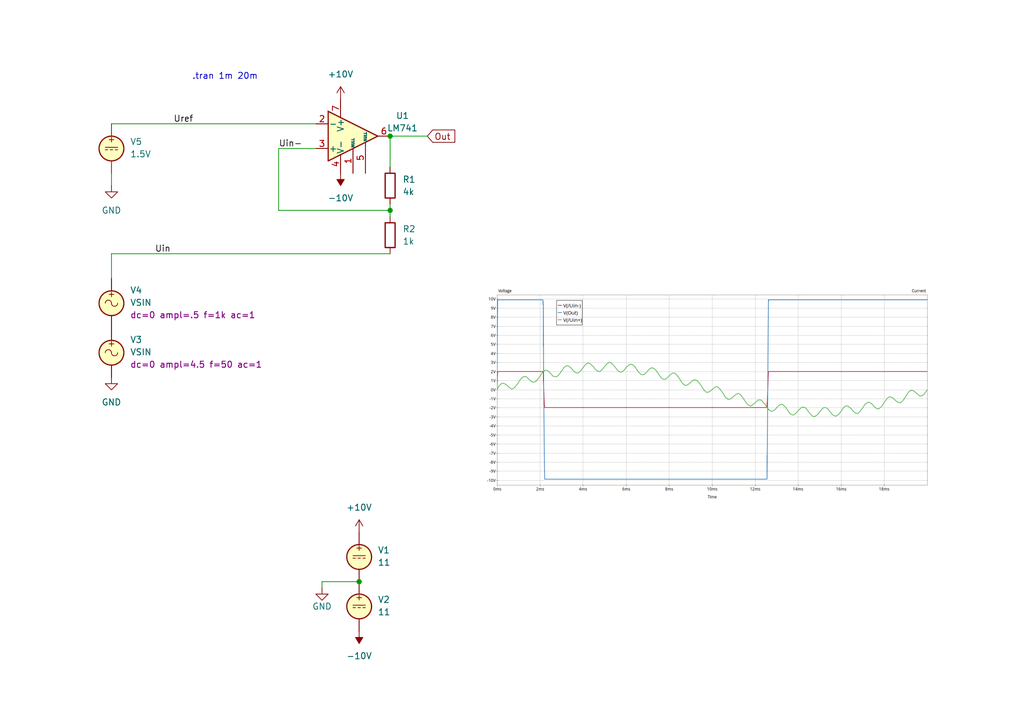
<source format=kicad_sch>
(kicad_sch (version 20250114) (generator "eeschema") (generator_version "9.0")
  (paper "A5")
  (lib_symbols
    (symbol "Amplifier_Operational:LM741" (pin_names (offset 0.127))
      (property "Reference" "U1" (at 10.16 4.1909 0))
      (property "Value" "LM741" (at 10.16 1.6509 0))
      (symbol "LM741_0_1"
        (polyline (pts (xy -5.08 5.08) (xy 5.08 0) (xy -5.08 -5.08) (xy -5.08 5.08)) (stroke (width 0.254)) (fill (type background)))
      )
      (symbol "LM741_1_1"
        (pin input line (at -7.62 2.54 0) (length 2.54) (name "-") (number "2"))
        (pin input line (at -7.62 -2.54 0) (length 2.54) (name "+") (number "3"))
        (pin power_in line (at -2.54 7.62 270) (length 3.81) (name "V+") (number "7"))
        (pin power_in line (at -2.54 -7.62 90) (length 3.81) (name "V-") (number "4"))
        (pin no_connect line (at 0 2.54 270) (length 2.54) (hide yes) (name "NC") (number "8"))
        (pin input line (at 0 -7.62 90) (length 5.08) (name "NULL") (number "1"))
        (pin input line (at 2.54 -7.62 90) (length 6.35) (name "NULL") (number "5"))
        (pin output line (at 7.62 0 180) (length 2.54) (name "~") (number "6"))
      )
    )
    (symbol "Device:R" (pin_numbers (hide yes)) (pin_names (offset 0))
      (property "Reference" "R" (at 2.032 0 90))
      (property "Value" "R" (at 0 0 90))
      (symbol "R_0_1"
        (rectangle (start -1.016 -2.54) (end 1.016 2.54) (stroke (width 0.254)))
      )
      (symbol "R_1_1"
        (pin passive line (at 0 3.81 270) (length 1.27) (name "~") (number "1"))
        (pin passive line (at 0 -3.81 90) (length 1.27) (name "~") (number "2"))
      )
    )
    (symbol "Simulation_SPICE:VDC" (pin_numbers (hide yes)) (pin_names (offset 0.0254))
      (property "Reference" "V" (at 2.54 2.54 0))
      (property "Value" "1" (at 2.54 0 0))
      (symbol "VDC_0_0"
        (polyline (pts (xy -1.27 0.254) (xy 1.27 0.254)))
        (polyline (pts (xy -0.762 -0.254) (xy -1.27 -0.254)))
        (polyline (pts (xy 0.254 -0.254) (xy -0.254 -0.254)))
        (polyline (pts (xy 1.27 -0.254) (xy 0.762 -0.254)))
        (text "+" (at 0 1.905 0) (effects (font (size 1.27 1.27))))
      )
      (symbol "VDC_0_1"
        (circle (center 0 0) (radius 2.54) (stroke (width 0.254)) (fill (type background)))
      )
      (symbol "VDC_1_1"
        (pin passive line (at 0 5.08 270) (length 2.54) (name "~") (number "1"))
        (pin passive line (at 0 -5.08 90) (length 2.54) (name "~") (number "2"))
      )
    )
    (symbol "Simulation_SPICE:VSIN" (pin_numbers (hide yes)) (pin_names (offset 0.0254))
      (property "Reference" "V" (at 2.54 2.54 0))
      (property "Value" "VSIN" (at 2.54 0 0))
      (property "Sim.Params" "dc=0 ampl=1 f=1k ac=1" (at 2.54 -2.54 0))
      (symbol "VSIN_0_0"
        (arc (start -1.27 0) (mid -0.635 0.6323) (end 0 0))
        (arc (start 1.27 0) (mid 0.635 -0.6323) (end 0 0))
        (text "+" (at 0 1.905 0) (effects (font (size 1.27 1.27))))
      )
      (symbol "VSIN_0_1"
        (circle (center 0 0) (radius 2.54) (stroke (width 0.254)) (fill (type background)))
      )
      (symbol "VSIN_1_1"
        (pin passive line (at 0 5.08 270) (length 2.54) (name "~") (number "1"))
        (pin passive line (at 0 -5.08 90) (length 2.54) (name "~") (number "2"))
      )
    )
    (symbol "VDC_1" (pin_numbers (hide yes)) (pin_names (offset 0.0254))
      (property "Reference" "V" (at 2.54 2.54 0))
      (property "Value" "1" (at 2.54 0 0))
      (symbol "VDC_1_0_0"
        (polyline (pts (xy -1.27 0.254) (xy 1.27 0.254)))
        (polyline (pts (xy -0.762 -0.254) (xy -1.27 -0.254)))
        (polyline (pts (xy 0.254 -0.254) (xy -0.254 -0.254)))
        (polyline (pts (xy 1.27 -0.254) (xy 0.762 -0.254)))
        (text "+" (at 0 1.905 0) (effects (font (size 1.27 1.27))))
      )
      (symbol "VDC_1_0_1"
        (circle (center 0 0) (radius 2.54) (stroke (width 0.254)) (fill (type background)))
      )
      (symbol "VDC_1_1_1"
        (pin passive line (at 0 5.08 270) (length 2.54) (name "~") (number "1"))
        (pin passive line (at 0 -5.08 90) (length 2.54) (name "~") (number "2"))
      )
    )
    (symbol "power:+10V" (power) (pin_names (offset 0))
      (property "Value" "+10V" (at 0 3.556 0))
      (symbol "+10V_0_1"
        (polyline (pts (xy -0.762 1.27) (xy 0 2.54)))
        (polyline (pts (xy 0 2.54) (xy 0.762 1.27)))
        (polyline (pts (xy 0 0) (xy 0 2.54)))
      )
      (symbol "+10V_1_1"
        (pin power_in line (at 0 0 90) (length 0) (hide yes) (name "+10V") (number "1"))
      )
    )
    (symbol "power:-10V" (power) (pin_names (offset 0))
      (property "Value" "-10V" (at 0 3.81 0))
      (symbol "-10V_0_0"
        (pin power_in line (at 0 0 90) (length 0) (hide yes) (name "-10V") (number "1"))
      )
      (symbol "-10V_0_1"
        (polyline (pts (xy 0 0) (xy 0 1.27) (xy 0.762 1.27) (xy 0 2.54) (xy -0.762 1.27) (xy 0 1.27)) (fill (type outline)))
      )
    )
    (symbol "power:GND" (power) (pin_names (offset 0))
      (property "Value" "GND" (at 0 -3.81 0))
      (symbol "GND_0_1"
        (polyline (pts (xy 0 0) (xy 0 -1.27) (xy 1.27 -1.27) (xy 0 -2.54) (xy -1.27 -1.27) (xy 0 -1.27)))
      )
      (symbol "GND_1_1"
        (pin power_in line (at 0 0 270) (length 0) (hide yes) (name "GND") (number "1"))
      )
    )
  )
  (text ".tran 1m 20m" (at 39.37 16.51 0) (effects (font (size 1.27 1.27)) (justify left bottom)))
  (junction (at 80.01 27.94))
  (junction (at 80.01 43.18))
  (junction (at 73.66 119.38))
  (wire (pts (xy 80.01 27.94) (xy 87.63 27.94)))
  (wire (pts (xy 22.86 52.07) (xy 80.01 52.07)))
  (wire (pts (xy 80.01 27.94) (xy 80.01 34.29)))
  (wire (pts (xy 64.77 30.48) (xy 57.15 30.48)))
  (wire (pts (xy 22.86 25.4) (xy 64.77 25.4)))
  (wire (pts (xy 22.86 52.07) (xy 22.86 57.15)))
  (wire (pts (xy 57.15 43.18) (xy 80.01 43.18)))
  (wire (pts (xy 66.04 119.38) (xy 73.66 119.38)))
  (wire (pts (xy 66.04 119.38) (xy 66.04 120.65)))
  (wire (pts (xy 22.86 35.56) (xy 22.86 38.1)))
  (wire (pts (xy 80.01 43.18) (xy 80.01 44.45)))
  (wire (pts (xy 80.01 41.91) (xy 80.01 43.18)))
  (wire (pts (xy 57.15 30.48) (xy 57.15 43.18)))
  (image (at 146.05 80.01) (scale 0.831149))
  (label "Uin" (at 31.75 52.07 0))
  (label "Uin-" (at 57.15 30.48 0))
  (label "Uref" (at 35.56 25.4 0))
  (global_label "Out" (shape input) (at 87.63 27.94 0) (property "Intersheetrefs" "${INTERSHEET_REFS}" (effects (hide yes))))
  (symbol (lib_id "power:+10V") (at 73.66 109.22 0) (unit 1)
    (property "Reference" "#PWR02" (effects (hide yes)))
    (property "Value" "+10V" (at 73.66 104.14 0))
  )
  (symbol (lib_id "power:-10V") (at 73.66 129.54 180) (unit 1)
    (property "Reference" "#PWR03" (effects (hide yes)))
    (property "Value" "-10V" (at 73.66 134.62 0))
  )
  (symbol (lib_id "Device:R") (at 80.01 48.26 0) (unit 1)
    (property "Reference" "R2" (at 82.55 46.99 0) (effects (justify left)))
    (property "Value" "1k" (at 82.55 49.53 0) (effects (justify left)))
  )
  (symbol (lib_id "Simulation_SPICE:VSIN") (at 22.86 62.23 0) (unit 1)
    (property "Reference" "V4" (at 26.67 59.5602 0) (effects (justify left)))
    (property "Value" "VSIN" (at 26.67 62.1002 0) (effects (justify left)))
    (property "Sim.Pins" "1=+ 2=-" (effects (hide yes)))
    (property "Sim.Params" "dc=0 ampl=.5 f=1k ac=1" (at 26.67 64.6402 0) (effects (justify left)))
    (property "Sim.Type" "SIN" (effects (hide yes)))
    (property "Sim.Device" "V" (effects (hide yes)))
  )
  (symbol (lib_id "Simulation_SPICE:VDC") (at 73.66 124.46 0) (unit 1)
    (property "Reference" "V2" (at 77.47 123.0602 0) (effects (justify left)))
    (property "Value" "11" (at 77.47 125.6002 0) (effects (justify left)))
    (property "Sim.Pins" "1=+ 2=-" (effects (hide yes)))
    (property "Sim.Type" "DC" (effects (hide yes)))
    (property "Sim.Device" "V" (effects (hide yes)))
  )
  (symbol (lib_id "power:GND") (at 22.86 38.1 0) (unit 1)
    (property "Reference" "#PWR08" (effects (hide yes)))
    (property "Value" "GND" (at 22.86 43.18 0))
  )
  (symbol (lib_id "Simulation_SPICE:VSIN") (at 22.86 72.39 0) (unit 1)
    (property "Reference" "V3" (at 26.67 69.7201 0) (effects (justify left)))
    (property "Value" "VSIN" (at 26.67 72.2601 0) (effects (justify left)))
    (property "Sim.Pins" "1=+ 2=-" (effects (hide yes)))
    (property "Sim.Params" "dc=0 ampl=4.5 f=50 ac=1" (at 26.67 74.8001 0) (effects (justify left)))
    (property "Sim.Type" "SIN" (effects (hide yes)))
    (property "Sim.Device" "V" (effects (hide yes)))
  )
  (symbol (lib_id "Device:R") (at 80.01 38.1 0) (unit 1)
    (property "Reference" "R1" (at 82.55 36.83 0) (effects (justify left)))
    (property "Value" "4k" (at 82.55 39.37 0) (effects (justify left)))
  )
  (symbol (lib_id "Simulation_SPICE:VDC") (at 73.66 114.3 0) (unit 1)
    (property "Reference" "V1" (at 77.47 112.9002 0) (effects (justify left)))
    (property "Value" "11" (at 77.47 115.4402 0) (effects (justify left)))
    (property "Sim.Pins" "1=+ 2=-" (effects (hide yes)))
    (property "Sim.Type" "DC" (effects (hide yes)))
    (property "Sim.Device" "V" (effects (hide yes)))
  )
  (symbol (lib_id "power:-10V") (at 69.85 35.56 180) (unit 1)
    (property "Reference" "#PWR04" (effects (hide yes)))
    (property "Value" "-10V" (at 69.85 40.64 0))
  )
  (symbol (lib_id "power:GND") (at 22.86 77.47 0) (unit 1)
    (property "Reference" "#PWR06" (effects (hide yes)))
    (property "Value" "GND" (at 22.86 82.55 0))
  )
  (symbol (lib_id "power:+10V") (at 69.85 20.32 0) (unit 1)
    (property "Reference" "#PWR05" (effects (hide yes)))
    (property "Value" "+10V" (at 69.85 15.24 0))
  )
  (symbol (lib_id "Amplifier_Operational:LM741") (at 72.39 27.94 0) (unit 1)
    (property "Reference" "U1" (at 82.55 23.7491 0))
    (property "Value" "LM741" (at 82.55 26.2891 0))
    (property "Datasheet" "http://www.ti.com/lit/ds/symlink/lm741.pdf" (effects (hide yes)))
    (property "Sim.Library" "/home/david/.local/share/kicad/SpiceLibrary/Models/Operational Amplifier/lm741.mod" (effects (hide yes)))
    (property "Sim.Name" "LM741" (effects (hide yes)))
    (property "Sim.Device" "SUBCKT" (effects (hide yes)))
    (property "Sim.Pins" "2=2 3=1 4=50 6=28 7=99" (effects (hide yes)))
  )
  (symbol (lib_id "power:GND") (at 66.04 120.65 0) (unit 1)
    (property "Reference" "#PWR01" (effects (hide yes)))
    (property "Value" "GND" (at 66.04 124.46 0))
  )
  (symbol (lib_name "VDC_1") (lib_id "Simulation_SPICE:VDC") (at 22.86 30.48 0) (unit 1)
    (property "Reference" "V5" (at 26.67 29.0801 0) (effects (justify left)))
    (property "Value" "1.5V" (at 26.67 31.6201 0) (effects (justify left)))
    (property "Datasheet" "https://ngspice.sourceforge.io/docs/ngspice-html-manual/manual.xhtml#sec_Independent_Sources_for" (effects (hide yes)))
    (property "Description" "Voltage source, DC" (effects (hide yes)))
    (property "Sim.Pins" "1=+ 2=-" (effects (hide yes)))
    (property "Sim.Type" "DC" (effects (hide yes)))
    (property "Sim.Device" "V" (effects (hide yes)))
  )
)
</source>
